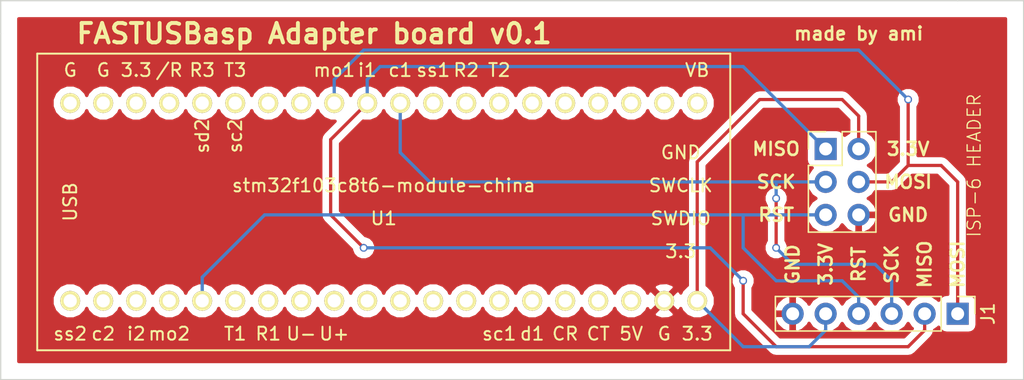
<source format=kicad_pcb>
(kicad_pcb (version 4) (host pcbnew 4.0.6)

  (general
    (links 12)
    (no_connects 0)
    (area 162.509999 101.549999 241.350001 130.860001)
    (thickness 1.6)
    (drawings 22)
    (tracks 59)
    (zones 0)
    (modules 3)
    (nets 41)
  )

  (page A4)
  (layers
    (0 F.Cu signal)
    (31 B.Cu signal)
    (32 B.Adhes user)
    (33 F.Adhes user)
    (34 B.Paste user)
    (35 F.Paste user)
    (36 B.SilkS user)
    (37 F.SilkS user)
    (38 B.Mask user)
    (39 F.Mask user)
    (40 Dwgs.User user)
    (41 Cmts.User user)
    (42 Eco1.User user)
    (43 Eco2.User user)
    (44 Edge.Cuts user)
    (45 Margin user)
    (46 B.CrtYd user)
    (47 F.CrtYd user)
    (48 B.Fab user)
    (49 F.Fab user)
  )

  (setup
    (last_trace_width 0.25)
    (trace_clearance 0.2)
    (zone_clearance 0.508)
    (zone_45_only no)
    (trace_min 0.2)
    (segment_width 0.2)
    (edge_width 0.1)
    (via_size 0.6)
    (via_drill 0.4)
    (via_min_size 0.4)
    (via_min_drill 0.3)
    (uvia_size 0.3)
    (uvia_drill 0.1)
    (uvias_allowed no)
    (uvia_min_size 0.2)
    (uvia_min_drill 0.1)
    (pcb_text_width 0.3)
    (pcb_text_size 1.5 1.5)
    (mod_edge_width 0.15)
    (mod_text_size 1 1)
    (mod_text_width 0.15)
    (pad_size 1.5 1.5)
    (pad_drill 0.6)
    (pad_to_mask_clearance 0)
    (aux_axis_origin 0 0)
    (visible_elements FFFFFF7F)
    (pcbplotparams
      (layerselection 0x010f0_80000001)
      (usegerberextensions true)
      (excludeedgelayer true)
      (linewidth 0.100000)
      (plotframeref false)
      (viasonmask false)
      (mode 1)
      (useauxorigin false)
      (hpglpennumber 1)
      (hpglpenspeed 20)
      (hpglpendiameter 15)
      (hpglpenoverlay 2)
      (psnegative false)
      (psa4output false)
      (plotreference true)
      (plotvalue true)
      (plotinvisibletext false)
      (padsonsilk false)
      (subtractmaskfromsilk false)
      (outputformat 1)
      (mirror false)
      (drillshape 0)
      (scaleselection 1)
      (outputdirectory /home/ami/repos/FASTUSBasp/kicad3/gerber/))
  )

  (net 0 "")
  (net 1 "Net-(U1-Pad1)")
  (net 2 "Net-(U1-Pad2)")
  (net 3 "Net-(U1-Pad3)")
  (net 4 "Net-(U1-Pad4)")
  (net 5 "Net-(U1-Pad6)")
  (net 6 "Net-(U1-Pad7)")
  (net 7 "Net-(U1-Pad8)")
  (net 8 "Net-(U1-Pad9)")
  (net 9 "Net-(U1-Pad10)")
  (net 10 "Net-(U1-Pad11)")
  (net 11 "Net-(U1-Pad12)")
  (net 12 "Net-(U1-Pad13)")
  (net 13 "Net-(U1-Pad14)")
  (net 14 "Net-(U1-Pad15)")
  (net 15 "Net-(U1-Pad16)")
  (net 16 "Net-(U1-Pad17)")
  (net 17 "Net-(U1-Pad18)")
  (net 18 "Net-(U1-Pad21)")
  (net 19 "Net-(U1-Pad22)")
  (net 20 "Net-(U1-Pad23)")
  (net 21 "Net-(U1-Pad24)")
  (net 22 "Net-(U1-Pad25)")
  (net 23 "Net-(U1-Pad26)")
  (net 24 "Net-(U1-Pad27)")
  (net 25 "Net-(U1-Pad28)")
  (net 26 "Net-(U1-Pad29)")
  (net 27 "Net-(U1-Pad33)")
  (net 28 "Net-(U1-Pad34)")
  (net 29 "Net-(U1-Pad35)")
  (net 30 "Net-(U1-Pad36)")
  (net 31 "Net-(U1-Pad37)")
  (net 32 "Net-(U1-Pad38)")
  (net 33 "Net-(U1-Pad39)")
  (net 34 "Net-(U1-Pad40)")
  (net 35 /3.3V)
  (net 36 /GND)
  (net 37 /MISO)
  (net 38 /SCK)
  (net 39 /MOSI)
  (net 40 /RST)

  (net_class Default "This is the default net class."
    (clearance 0.2)
    (trace_width 0.25)
    (via_dia 0.6)
    (via_drill 0.4)
    (uvia_dia 0.3)
    (uvia_drill 0.1)
    (add_net /3.3V)
    (add_net /GND)
    (add_net /MISO)
    (add_net /MOSI)
    (add_net /RST)
    (add_net /SCK)
    (add_net "Net-(U1-Pad1)")
    (add_net "Net-(U1-Pad10)")
    (add_net "Net-(U1-Pad11)")
    (add_net "Net-(U1-Pad12)")
    (add_net "Net-(U1-Pad13)")
    (add_net "Net-(U1-Pad14)")
    (add_net "Net-(U1-Pad15)")
    (add_net "Net-(U1-Pad16)")
    (add_net "Net-(U1-Pad17)")
    (add_net "Net-(U1-Pad18)")
    (add_net "Net-(U1-Pad2)")
    (add_net "Net-(U1-Pad21)")
    (add_net "Net-(U1-Pad22)")
    (add_net "Net-(U1-Pad23)")
    (add_net "Net-(U1-Pad24)")
    (add_net "Net-(U1-Pad25)")
    (add_net "Net-(U1-Pad26)")
    (add_net "Net-(U1-Pad27)")
    (add_net "Net-(U1-Pad28)")
    (add_net "Net-(U1-Pad29)")
    (add_net "Net-(U1-Pad3)")
    (add_net "Net-(U1-Pad33)")
    (add_net "Net-(U1-Pad34)")
    (add_net "Net-(U1-Pad35)")
    (add_net "Net-(U1-Pad36)")
    (add_net "Net-(U1-Pad37)")
    (add_net "Net-(U1-Pad38)")
    (add_net "Net-(U1-Pad39)")
    (add_net "Net-(U1-Pad4)")
    (add_net "Net-(U1-Pad40)")
    (add_net "Net-(U1-Pad6)")
    (add_net "Net-(U1-Pad7)")
    (add_net "Net-(U1-Pad8)")
    (add_net "Net-(U1-Pad9)")
  )

  (module Pin_Headers:Pin_Header_Straight_2x03_Pitch2.54mm (layer F.Cu) (tedit 592112D9) (tstamp 58F3B34E)
    (at 226.06 113.03)
    (descr "Through hole straight pin header, 2x03, 2.54mm pitch, double rows")
    (tags "Through hole pin header THT 2x03 2.54mm double row")
    (path /58F3AC05)
    (fp_text reference CON1 (at 1.27 -2.33) (layer F.SilkS) hide
      (effects (font (size 1 1) (thickness 0.15)))
    )
    (fp_text value AVR-ISP-6 (at 1.27 7.41) (layer F.Fab) hide
      (effects (font (size 1 1) (thickness 0.15)))
    )
    (fp_line (start -1.27 -1.27) (end -1.27 6.35) (layer F.Fab) (width 0.1))
    (fp_line (start -1.27 6.35) (end 3.81 6.35) (layer F.Fab) (width 0.1))
    (fp_line (start 3.81 6.35) (end 3.81 -1.27) (layer F.Fab) (width 0.1))
    (fp_line (start 3.81 -1.27) (end -1.27 -1.27) (layer F.Fab) (width 0.1))
    (fp_line (start -1.33 1.27) (end -1.33 6.41) (layer F.SilkS) (width 0.12))
    (fp_line (start -1.33 6.41) (end 3.87 6.41) (layer F.SilkS) (width 0.12))
    (fp_line (start 3.87 6.41) (end 3.87 -1.33) (layer F.SilkS) (width 0.12))
    (fp_line (start 3.87 -1.33) (end 1.27 -1.33) (layer F.SilkS) (width 0.12))
    (fp_line (start 1.27 -1.33) (end 1.27 1.27) (layer F.SilkS) (width 0.12))
    (fp_line (start 1.27 1.27) (end -1.33 1.27) (layer F.SilkS) (width 0.12))
    (fp_line (start -1.33 0) (end -1.33 -1.33) (layer F.SilkS) (width 0.12))
    (fp_line (start -1.33 -1.33) (end 0 -1.33) (layer F.SilkS) (width 0.12))
    (fp_line (start -1.8 -1.8) (end -1.8 6.85) (layer F.CrtYd) (width 0.05))
    (fp_line (start -1.8 6.85) (end 4.35 6.85) (layer F.CrtYd) (width 0.05))
    (fp_line (start 4.35 6.85) (end 4.35 -1.8) (layer F.CrtYd) (width 0.05))
    (fp_line (start 4.35 -1.8) (end -1.8 -1.8) (layer F.CrtYd) (width 0.05))
    (fp_text user "ISP-6 HEADER" (at 1.27 -2.33) (layer F.Fab) hide
      (effects (font (size 1 1) (thickness 0.15)))
    )
    (pad 1 thru_hole rect (at 0 0) (size 1.7 1.7) (drill 1) (layers *.Cu *.Mask)
      (net 37 /MISO))
    (pad 2 thru_hole oval (at 2.54 0) (size 1.7 1.7) (drill 1) (layers *.Cu *.Mask)
      (net 35 /3.3V))
    (pad 3 thru_hole oval (at 0 2.54) (size 1.7 1.7) (drill 1) (layers *.Cu *.Mask)
      (net 38 /SCK))
    (pad 4 thru_hole oval (at 2.54 2.54) (size 1.7 1.7) (drill 1) (layers *.Cu *.Mask)
      (net 39 /MOSI))
    (pad 5 thru_hole oval (at 0 5.08) (size 1.7 1.7) (drill 1) (layers *.Cu *.Mask)
      (net 40 /RST))
    (pad 6 thru_hole oval (at 2.54 5.08) (size 1.7 1.7) (drill 1) (layers *.Cu *.Mask)
      (net 36 /GND))
    (model ${KISYS3DMOD}/Pin_Headers.3dshapes/Pin_Header_Straight_2x03_Pitch2.54mm.wrl
      (at (xyz 0.05 -0.1 0))
      (scale (xyz 1 1 1))
      (rotate (xyz 0 0 90))
    )
  )

  (module myelin-kicad:stm32f103c8t6-module-china (layer F.Cu) (tedit 5712CDA9) (tstamp 58F3B3A1)
    (at 192.045001 117.115001)
    (path /58F3343D)
    (fp_text reference U1 (at 0 1.27) (layer F.SilkS)
      (effects (font (size 1 1) (thickness 0.15)))
    )
    (fp_text value stm32f103c8t6-module-china (at 0 -1.27) (layer F.SilkS)
      (effects (font (size 1 1) (thickness 0.15)))
    )
    (fp_text user sc2 (at -11.43 -5.08 90) (layer F.SilkS)
      (effects (font (size 1 1) (thickness 0.15)))
    )
    (fp_text user sd2 (at -13.97 -5.08 90) (layer F.SilkS)
      (effects (font (size 1 1) (thickness 0.15)))
    )
    (fp_text user mo2 (at -16.51 10.16) (layer F.SilkS)
      (effects (font (size 1 1) (thickness 0.15)))
    )
    (fp_text user i2 (at -19.05 10.16) (layer F.SilkS)
      (effects (font (size 1 1) (thickness 0.15)))
    )
    (fp_text user c2 (at -21.59 10.16) (layer F.SilkS)
      (effects (font (size 1 1) (thickness 0.15)))
    )
    (fp_text user ss2 (at -24.13 10.16) (layer F.SilkS)
      (effects (font (size 1 1) (thickness 0.15)))
    )
    (fp_text user d1 (at 11.43 10.16) (layer F.SilkS)
      (effects (font (size 1 1) (thickness 0.15)))
    )
    (fp_text user sc1 (at 8.89 10.16) (layer F.SilkS)
      (effects (font (size 1 1) (thickness 0.15)))
    )
    (fp_text user T2 (at 8.89 -10.16) (layer F.SilkS)
      (effects (font (size 1 1) (thickness 0.15)))
    )
    (fp_text user R2 (at 6.35 -10.16) (layer F.SilkS)
      (effects (font (size 1 1) (thickness 0.15)))
    )
    (fp_text user ss1 (at 3.81 -10.16) (layer F.SilkS)
      (effects (font (size 1 1) (thickness 0.15)))
    )
    (fp_text user c1 (at 1.27 -10.16) (layer F.SilkS)
      (effects (font (size 1 1) (thickness 0.15)))
    )
    (fp_text user i1 (at -1.27 -10.16) (layer F.SilkS)
      (effects (font (size 1 1) (thickness 0.15)))
    )
    (fp_text user mo1 (at -3.81 -10.16) (layer F.SilkS)
      (effects (font (size 1 1) (thickness 0.15)))
    )
    (fp_text user T3 (at -11.43 -10.16) (layer F.SilkS)
      (effects (font (size 1 1) (thickness 0.15)))
    )
    (fp_text user R3 (at -13.97 -10.16) (layer F.SilkS)
      (effects (font (size 1 1) (thickness 0.15)))
    )
    (fp_text user CT (at 16.51 10.16) (layer F.SilkS)
      (effects (font (size 1 1) (thickness 0.15)))
    )
    (fp_text user CR (at 13.97 10.16) (layer F.SilkS)
      (effects (font (size 1 1) (thickness 0.15)))
    )
    (fp_text user U+ (at -3.81 10.16) (layer F.SilkS)
      (effects (font (size 1 1) (thickness 0.15)))
    )
    (fp_text user U- (at -6.35 10.16) (layer F.SilkS)
      (effects (font (size 1 1) (thickness 0.15)))
    )
    (fp_text user R1 (at -8.89 10.16) (layer F.SilkS)
      (effects (font (size 1 1) (thickness 0.15)))
    )
    (fp_text user T1 (at -11.43 10.16) (layer F.SilkS)
      (effects (font (size 1 1) (thickness 0.15)))
    )
    (fp_text user 3.3 (at 22.86 3.81) (layer F.SilkS)
      (effects (font (size 1 1) (thickness 0.15)))
    )
    (fp_text user SWDIO (at 22.86 1.27) (layer F.SilkS)
      (effects (font (size 1 1) (thickness 0.15)))
    )
    (fp_text user SWCLK (at 22.86 -1.27) (layer F.SilkS)
      (effects (font (size 1 1) (thickness 0.15)))
    )
    (fp_text user GND (at 22.86 -3.81) (layer F.SilkS)
      (effects (font (size 1 1) (thickness 0.15)))
    )
    (fp_text user 3.3 (at 24.13 10.16) (layer F.SilkS)
      (effects (font (size 1 1) (thickness 0.15)))
    )
    (fp_text user G (at 21.59 10.16) (layer F.SilkS)
      (effects (font (size 1 1) (thickness 0.15)))
    )
    (fp_text user /R (at -16.51 -10.16) (layer F.SilkS)
      (effects (font (size 1 1) (thickness 0.15)))
    )
    (fp_text user 3.3 (at -19.05 -10.16) (layer F.SilkS)
      (effects (font (size 1 1) (thickness 0.15)))
    )
    (fp_text user G (at -21.59 -10.16) (layer F.SilkS)
      (effects (font (size 1 1) (thickness 0.15)))
    )
    (fp_text user G (at -24.13 -10.16) (layer F.SilkS)
      (effects (font (size 1 1) (thickness 0.15)))
    )
    (fp_text user VB (at 24.13 -10.16) (layer F.SilkS)
      (effects (font (size 1 1) (thickness 0.15)))
    )
    (fp_text user 5V (at 19.05 10.16) (layer F.SilkS)
      (effects (font (size 1 1) (thickness 0.15)))
    )
    (fp_text user USB (at -24.13 0 90) (layer F.SilkS)
      (effects (font (size 1 1) (thickness 0.15)))
    )
    (fp_line (start -26.67 11.43) (end 26.67 11.43) (layer F.SilkS) (width 0.15))
    (fp_line (start 26.67 -11.43) (end -26.67 -11.43) (layer F.SilkS) (width 0.15))
    (fp_line (start 26.67 11.43) (end 26.67 -11.43) (layer F.SilkS) (width 0.15))
    (fp_line (start -26.67 -11.43) (end -26.67 11.43) (layer F.SilkS) (width 0.15))
    (pad 1 thru_hole circle (at -24.13 7.62) (size 1.524 1.524) (drill 1.016) (layers *.Cu *.Mask F.SilkS)
      (net 1 "Net-(U1-Pad1)"))
    (pad 2 thru_hole circle (at -21.59 7.62) (size 1.524 1.524) (drill 1.016) (layers *.Cu *.Mask F.SilkS)
      (net 2 "Net-(U1-Pad2)"))
    (pad 3 thru_hole circle (at -19.05 7.62) (size 1.524 1.524) (drill 1.016) (layers *.Cu *.Mask F.SilkS)
      (net 3 "Net-(U1-Pad3)"))
    (pad 4 thru_hole circle (at -16.51 7.62) (size 1.524 1.524) (drill 1.016) (layers *.Cu *.Mask F.SilkS)
      (net 4 "Net-(U1-Pad4)"))
    (pad 5 thru_hole circle (at -13.97 7.62) (size 1.524 1.524) (drill 1.016) (layers *.Cu *.Mask F.SilkS)
      (net 40 /RST))
    (pad 6 thru_hole circle (at -11.43 7.62) (size 1.524 1.524) (drill 1.016) (layers *.Cu *.Mask F.SilkS)
      (net 5 "Net-(U1-Pad6)"))
    (pad 7 thru_hole circle (at -8.89 7.62) (size 1.524 1.524) (drill 1.016) (layers *.Cu *.Mask F.SilkS)
      (net 6 "Net-(U1-Pad7)"))
    (pad 8 thru_hole circle (at -6.35 7.62) (size 1.524 1.524) (drill 1.016) (layers *.Cu *.Mask F.SilkS)
      (net 7 "Net-(U1-Pad8)"))
    (pad 9 thru_hole circle (at -3.81 7.62) (size 1.524 1.524) (drill 1.016) (layers *.Cu *.Mask F.SilkS)
      (net 8 "Net-(U1-Pad9)"))
    (pad 10 thru_hole circle (at -1.27 7.62) (size 1.524 1.524) (drill 1.016) (layers *.Cu *.Mask F.SilkS)
      (net 9 "Net-(U1-Pad10)"))
    (pad 11 thru_hole circle (at 1.27 7.62) (size 1.524 1.524) (drill 1.016) (layers *.Cu *.Mask F.SilkS)
      (net 10 "Net-(U1-Pad11)"))
    (pad 12 thru_hole circle (at 3.81 7.62) (size 1.524 1.524) (drill 1.016) (layers *.Cu *.Mask F.SilkS)
      (net 11 "Net-(U1-Pad12)"))
    (pad 13 thru_hole circle (at 6.35 7.62) (size 1.524 1.524) (drill 1.016) (layers *.Cu *.Mask F.SilkS)
      (net 12 "Net-(U1-Pad13)"))
    (pad 14 thru_hole circle (at 8.89 7.62) (size 1.524 1.524) (drill 1.016) (layers *.Cu *.Mask F.SilkS)
      (net 13 "Net-(U1-Pad14)"))
    (pad 15 thru_hole circle (at 11.43 7.62) (size 1.524 1.524) (drill 1.016) (layers *.Cu *.Mask F.SilkS)
      (net 14 "Net-(U1-Pad15)"))
    (pad 16 thru_hole circle (at 13.97 7.62) (size 1.524 1.524) (drill 1.016) (layers *.Cu *.Mask F.SilkS)
      (net 15 "Net-(U1-Pad16)"))
    (pad 17 thru_hole circle (at 16.51 7.62) (size 1.524 1.524) (drill 1.016) (layers *.Cu *.Mask F.SilkS)
      (net 16 "Net-(U1-Pad17)"))
    (pad 18 thru_hole circle (at 19.05 7.62) (size 1.524 1.524) (drill 1.016) (layers *.Cu *.Mask F.SilkS)
      (net 17 "Net-(U1-Pad18)"))
    (pad 19 thru_hole circle (at 21.59 7.62) (size 1.524 1.524) (drill 1.016) (layers *.Cu *.Mask F.SilkS)
      (net 36 /GND))
    (pad 20 thru_hole circle (at 24.13 7.62) (size 1.524 1.524) (drill 1.016) (layers *.Cu *.Mask F.SilkS)
      (net 35 /3.3V))
    (pad 21 thru_hole circle (at 24.13 -7.62) (size 1.524 1.524) (drill 1.016) (layers *.Cu *.Mask F.SilkS)
      (net 18 "Net-(U1-Pad21)"))
    (pad 22 thru_hole circle (at 21.59 -7.62) (size 1.524 1.524) (drill 1.016) (layers *.Cu *.Mask F.SilkS)
      (net 19 "Net-(U1-Pad22)"))
    (pad 23 thru_hole circle (at 19.05 -7.62) (size 1.524 1.524) (drill 1.016) (layers *.Cu *.Mask F.SilkS)
      (net 20 "Net-(U1-Pad23)"))
    (pad 24 thru_hole circle (at 16.51 -7.62) (size 1.524 1.524) (drill 1.016) (layers *.Cu *.Mask F.SilkS)
      (net 21 "Net-(U1-Pad24)"))
    (pad 25 thru_hole circle (at 13.97 -7.62) (size 1.524 1.524) (drill 1.016) (layers *.Cu *.Mask F.SilkS)
      (net 22 "Net-(U1-Pad25)"))
    (pad 26 thru_hole circle (at 11.43 -7.62) (size 1.524 1.524) (drill 1.016) (layers *.Cu *.Mask F.SilkS)
      (net 23 "Net-(U1-Pad26)"))
    (pad 27 thru_hole circle (at 8.89 -7.62) (size 1.524 1.524) (drill 1.016) (layers *.Cu *.Mask F.SilkS)
      (net 24 "Net-(U1-Pad27)"))
    (pad 28 thru_hole circle (at 6.35 -7.62) (size 1.524 1.524) (drill 1.016) (layers *.Cu *.Mask F.SilkS)
      (net 25 "Net-(U1-Pad28)"))
    (pad 29 thru_hole circle (at 3.81 -7.62) (size 1.524 1.524) (drill 1.016) (layers *.Cu *.Mask F.SilkS)
      (net 26 "Net-(U1-Pad29)"))
    (pad 30 thru_hole circle (at 1.27 -7.62) (size 1.524 1.524) (drill 1.016) (layers *.Cu *.Mask F.SilkS)
      (net 38 /SCK))
    (pad 31 thru_hole circle (at -1.27 -7.62) (size 1.524 1.524) (drill 1.016) (layers *.Cu *.Mask F.SilkS)
      (net 37 /MISO))
    (pad 32 thru_hole circle (at -3.81 -7.62) (size 1.524 1.524) (drill 1.016) (layers *.Cu *.Mask F.SilkS)
      (net 39 /MOSI))
    (pad 33 thru_hole circle (at -6.35 -7.62) (size 1.524 1.524) (drill 1.016) (layers *.Cu *.Mask F.SilkS)
      (net 27 "Net-(U1-Pad33)"))
    (pad 34 thru_hole circle (at -8.89 -7.62) (size 1.524 1.524) (drill 1.016) (layers *.Cu *.Mask F.SilkS)
      (net 28 "Net-(U1-Pad34)"))
    (pad 35 thru_hole circle (at -11.43 -7.62) (size 1.524 1.524) (drill 1.016) (layers *.Cu *.Mask F.SilkS)
      (net 29 "Net-(U1-Pad35)"))
    (pad 36 thru_hole circle (at -13.97 -7.62) (size 1.524 1.524) (drill 1.016) (layers *.Cu *.Mask F.SilkS)
      (net 30 "Net-(U1-Pad36)"))
    (pad 37 thru_hole circle (at -16.51 -7.62) (size 1.524 1.524) (drill 1.016) (layers *.Cu *.Mask F.SilkS)
      (net 31 "Net-(U1-Pad37)"))
    (pad 38 thru_hole circle (at -19.05 -7.62) (size 1.524 1.524) (drill 1.016) (layers *.Cu *.Mask F.SilkS)
      (net 32 "Net-(U1-Pad38)"))
    (pad 39 thru_hole circle (at -21.59 -7.62) (size 1.524 1.524) (drill 1.016) (layers *.Cu *.Mask F.SilkS)
      (net 33 "Net-(U1-Pad39)"))
    (pad 40 thru_hole circle (at -24.13 -7.62) (size 1.524 1.524) (drill 1.016) (layers *.Cu *.Mask F.SilkS)
      (net 34 "Net-(U1-Pad40)"))
  )

  (module Pin_Headers:Pin_Header_Straight_1x06_Pitch2.54mm (layer F.Cu) (tedit 592112F1) (tstamp 591FC474)
    (at 236.22 125.73 270)
    (descr "Through hole straight pin header, 1x06, 2.54mm pitch, single row")
    (tags "Through hole pin header THT 1x06 2.54mm single row")
    (path /591FC29A)
    (fp_text reference J1 (at 0 -2.33 270) (layer F.SilkS)
      (effects (font (size 1 1) (thickness 0.15)))
    )
    (fp_text value CONN_01X06 (at -1.27 16.51 270) (layer F.Fab) hide
      (effects (font (size 1 1) (thickness 0.15)))
    )
    (fp_line (start -1.27 -1.27) (end -1.27 13.97) (layer F.Fab) (width 0.1))
    (fp_line (start -1.27 13.97) (end 1.27 13.97) (layer F.Fab) (width 0.1))
    (fp_line (start 1.27 13.97) (end 1.27 -1.27) (layer F.Fab) (width 0.1))
    (fp_line (start 1.27 -1.27) (end -1.27 -1.27) (layer F.Fab) (width 0.1))
    (fp_line (start -1.33 1.27) (end -1.33 14.03) (layer F.SilkS) (width 0.12))
    (fp_line (start -1.33 14.03) (end 1.33 14.03) (layer F.SilkS) (width 0.12))
    (fp_line (start 1.33 14.03) (end 1.33 1.27) (layer F.SilkS) (width 0.12))
    (fp_line (start 1.33 1.27) (end -1.33 1.27) (layer F.SilkS) (width 0.12))
    (fp_line (start -1.33 0) (end -1.33 -1.33) (layer F.SilkS) (width 0.12))
    (fp_line (start -1.33 -1.33) (end 0 -1.33) (layer F.SilkS) (width 0.12))
    (fp_line (start -1.8 -1.8) (end -1.8 14.5) (layer F.CrtYd) (width 0.05))
    (fp_line (start -1.8 14.5) (end 1.8 14.5) (layer F.CrtYd) (width 0.05))
    (fp_line (start 1.8 14.5) (end 1.8 -1.8) (layer F.CrtYd) (width 0.05))
    (fp_line (start 1.8 -1.8) (end -1.8 -1.8) (layer F.CrtYd) (width 0.05))
    (fp_text user %R (at 0 -2.33 270) (layer F.Fab)
      (effects (font (size 1 1) (thickness 0.15)))
    )
    (pad 1 thru_hole rect (at 0 0 270) (size 1.7 1.7) (drill 1) (layers *.Cu *.Mask)
      (net 39 /MOSI))
    (pad 2 thru_hole oval (at 0 2.54 270) (size 1.7 1.7) (drill 1) (layers *.Cu *.Mask)
      (net 37 /MISO))
    (pad 3 thru_hole oval (at 0 5.08 270) (size 1.7 1.7) (drill 1) (layers *.Cu *.Mask)
      (net 38 /SCK))
    (pad 4 thru_hole oval (at 0 7.62 270) (size 1.7 1.7) (drill 1) (layers *.Cu *.Mask)
      (net 40 /RST))
    (pad 5 thru_hole oval (at 0 10.16 270) (size 1.7 1.7) (drill 1) (layers *.Cu *.Mask)
      (net 35 /3.3V))
    (pad 6 thru_hole oval (at 0 12.7 270) (size 1.7 1.7) (drill 1) (layers *.Cu *.Mask)
      (net 36 /GND))
    (model ${KISYS3DMOD}/Pin_Headers.3dshapes/Pin_Header_Straight_1x06_Pitch2.54mm.wrl
      (at (xyz 0 -0.25 0))
      (scale (xyz 1 1 1))
      (rotate (xyz 0 0 90))
    )
  )

  (gr_text GND (at 223.52 121.92 90) (layer F.SilkS)
    (effects (font (size 1 1) (thickness 0.2)))
  )
  (gr_text 3.3V (at 226.06 121.92 90) (layer F.SilkS)
    (effects (font (size 1 1) (thickness 0.2)))
  )
  (gr_text RST (at 228.6 121.92 90) (layer F.SilkS)
    (effects (font (size 1 1) (thickness 0.2)))
  )
  (gr_text SCK (at 231.14 121.92 90) (layer F.SilkS)
    (effects (font (size 1 1) (thickness 0.2)))
  )
  (gr_text MISO (at 233.68 121.92 90) (layer F.SilkS)
    (effects (font (size 1 1) (thickness 0.2)))
  )
  (gr_text MOSI (at 236.22 121.92 90) (layer F.SilkS)
    (effects (font (size 1 1) (thickness 0.2)))
  )
  (gr_line (start 241.3 101.6) (end 236.22 101.6) (angle 90) (layer Edge.Cuts) (width 0.1))
  (gr_line (start 241.3 130.81) (end 241.3 101.6) (angle 90) (layer Edge.Cuts) (width 0.1))
  (gr_line (start 236.22 130.81) (end 241.3 130.81) (angle 90) (layer Edge.Cuts) (width 0.1))
  (gr_line (start 236.22 130.81) (end 162.56 130.81) (angle 90) (layer Edge.Cuts) (width 0.1))
  (gr_text GND (at 232.41 118.11) (layer F.SilkS)
    (effects (font (size 1 1) (thickness 0.2)))
  )
  (gr_text MOSI (at 232.41 115.57) (layer F.SilkS)
    (effects (font (size 1 1) (thickness 0.2)))
  )
  (gr_text 3.3V (at 232.41 113.03) (layer F.SilkS)
    (effects (font (size 1 1) (thickness 0.2)))
  )
  (gr_text "ISP-6 HEADER" (at 237.49 114.3 90) (layer F.SilkS)
    (effects (font (size 1 1) (thickness 0.1)))
  )
  (gr_text RST (at 222.25 118.11) (layer F.SilkS)
    (effects (font (size 1 1) (thickness 0.2)))
  )
  (gr_text SCK (at 222.25 115.57) (layer F.SilkS)
    (effects (font (size 1 1) (thickness 0.2)))
  )
  (gr_text MISO (at 222.25 113.03) (layer F.SilkS)
    (effects (font (size 1 1) (thickness 0.2)))
  )
  (gr_text "made by ami" (at 228.6 104.14) (layer F.SilkS)
    (effects (font (size 1 1) (thickness 0.2)))
  )
  (gr_text "FASTUSBasp Adapter board v0.1" (at 186.69 104.14) (layer F.SilkS)
    (effects (font (size 1.5 1.5) (thickness 0.3)))
  )
  (gr_line (start 162.56 101.6) (end 236.22 101.6) (angle 90) (layer Edge.Cuts) (width 0.1))
  (gr_line (start 162.56 104.14) (end 162.56 101.6) (angle 90) (layer Edge.Cuts) (width 0.1))
  (gr_line (start 162.56 130.81) (end 162.56 104.14) (angle 90) (layer Edge.Cuts) (width 0.1))

  (segment (start 226.06 125.73) (end 226.06 127) (width 0.25) (layer B.Cu) (net 35))
  (segment (start 219.71 128.27) (end 216.175001 124.735001) (width 0.25) (layer B.Cu) (net 35) (tstamp 592111A1))
  (segment (start 224.79 128.27) (end 219.71 128.27) (width 0.25) (layer B.Cu) (net 35) (tstamp 5921119E))
  (segment (start 226.06 127) (end 224.79 128.27) (width 0.25) (layer B.Cu) (net 35) (tstamp 5921119B))
  (segment (start 216.175001 124.735001) (end 216.175001 114.024999) (width 0.25) (layer F.Cu) (net 35))
  (segment (start 228.6 110.49) (end 228.6 113.03) (width 0.25) (layer F.Cu) (net 35) (tstamp 591FC83A))
  (segment (start 227.33 109.22) (end 228.6 110.49) (width 0.25) (layer F.Cu) (net 35) (tstamp 591FC838))
  (segment (start 220.98 109.22) (end 227.33 109.22) (width 0.25) (layer F.Cu) (net 35) (tstamp 591FC834))
  (segment (start 216.175001 114.024999) (end 220.98 109.22) (width 0.25) (layer F.Cu) (net 35) (tstamp 591FC826))
  (segment (start 233.68 125.73) (end 233.68 127) (width 0.25) (layer F.Cu) (net 37))
  (segment (start 187.96 112.310002) (end 190.775001 109.495001) (width 0.25) (layer F.Cu) (net 37) (tstamp 59211154))
  (segment (start 187.96 118.11) (end 187.96 112.310002) (width 0.25) (layer F.Cu) (net 37) (tstamp 59211150))
  (segment (start 190.5 120.65) (end 187.96 118.11) (width 0.25) (layer F.Cu) (net 37) (tstamp 5921114F))
  (via (at 190.5 120.65) (size 0.6) (drill 0.4) (layers F.Cu B.Cu) (net 37))
  (segment (start 217.17 120.65) (end 190.5 120.65) (width 0.25) (layer B.Cu) (net 37) (tstamp 59211144))
  (segment (start 219.71 123.19) (end 217.17 120.65) (width 0.25) (layer B.Cu) (net 37) (tstamp 59211143))
  (via (at 219.71 123.19) (size 0.6) (drill 0.4) (layers F.Cu B.Cu) (net 37))
  (segment (start 219.71 125.73) (end 219.71 123.19) (width 0.25) (layer F.Cu) (net 37) (tstamp 59211123))
  (segment (start 222.25 128.27) (end 219.71 125.73) (width 0.25) (layer F.Cu) (net 37) (tstamp 5921111F))
  (segment (start 232.41 128.27) (end 222.25 128.27) (width 0.25) (layer F.Cu) (net 37) (tstamp 592110EF))
  (segment (start 233.68 127) (end 232.41 128.27) (width 0.25) (layer F.Cu) (net 37) (tstamp 592110EC))
  (segment (start 190.775001 109.495001) (end 190.775001 107.674999) (width 0.25) (layer B.Cu) (net 37))
  (segment (start 219.71 106.68) (end 226.06 113.03) (width 0.25) (layer B.Cu) (net 37) (tstamp 58F3B544))
  (segment (start 191.77 106.68) (end 219.71 106.68) (width 0.25) (layer B.Cu) (net 37) (tstamp 58F3B53F))
  (segment (start 190.775001 107.674999) (end 191.77 106.68) (width 0.25) (layer B.Cu) (net 37) (tstamp 58F3B53C))
  (segment (start 231.14 125.73) (end 231.14 123.19) (width 0.25) (layer B.Cu) (net 38))
  (segment (start 222.25 116.84) (end 222.25 115.57) (width 0.25) (layer B.Cu) (net 38) (tstamp 5921116E))
  (via (at 222.25 116.84) (size 0.6) (drill 0.4) (layers F.Cu B.Cu) (net 38))
  (segment (start 222.25 120.65) (end 222.25 116.84) (width 0.25) (layer F.Cu) (net 38) (tstamp 5921116B))
  (via (at 222.25 120.65) (size 0.6) (drill 0.4) (layers F.Cu B.Cu) (net 38))
  (segment (start 223.52 121.92) (end 222.25 120.65) (width 0.25) (layer B.Cu) (net 38) (tstamp 59211167))
  (segment (start 229.87 121.92) (end 223.52 121.92) (width 0.25) (layer B.Cu) (net 38) (tstamp 59211162))
  (segment (start 231.14 123.19) (end 229.87 121.92) (width 0.25) (layer B.Cu) (net 38) (tstamp 59211160))
  (segment (start 193.315001 109.495001) (end 193.315001 113.305001) (width 0.25) (layer B.Cu) (net 38))
  (segment (start 195.58 115.57) (end 218.44 115.57) (width 0.25) (layer B.Cu) (net 38) (tstamp 58F3B551))
  (segment (start 218.44 115.57) (end 222.25 115.57) (width 0.25) (layer B.Cu) (net 38) (tstamp 591FC62B))
  (segment (start 222.25 115.57) (end 226.06 115.57) (width 0.25) (layer B.Cu) (net 38) (tstamp 591FC803))
  (segment (start 193.315001 113.305001) (end 195.58 115.57) (width 0.25) (layer B.Cu) (net 38) (tstamp 58F3B549))
  (segment (start 236.22 125.73) (end 236.22 115.57) (width 0.25) (layer F.Cu) (net 39))
  (segment (start 234.95 114.3) (end 232.41 114.3) (width 0.25) (layer F.Cu) (net 39) (tstamp 592110E1))
  (segment (start 236.22 115.57) (end 234.95 114.3) (width 0.25) (layer F.Cu) (net 39) (tstamp 592110DF))
  (segment (start 232.41 114.3) (end 231.14 115.57) (width 0.25) (layer F.Cu) (net 39) (tstamp 58F3B4FF))
  (segment (start 232.41 109.22) (end 232.41 114.3) (width 0.25) (layer F.Cu) (net 39) (tstamp 58F3B4FE))
  (via (at 232.41 109.22) (size 0.6) (drill 0.4) (layers F.Cu B.Cu) (net 39))
  (segment (start 228.6 105.41) (end 232.41 109.22) (width 0.25) (layer B.Cu) (net 39) (tstamp 58F3B4F1))
  (segment (start 190.5 105.41) (end 228.6 105.41) (width 0.25) (layer B.Cu) (net 39) (tstamp 58F3B4EC))
  (segment (start 188.235001 107.674999) (end 190.5 105.41) (width 0.25) (layer B.Cu) (net 39) (tstamp 58F3B4E3))
  (segment (start 188.235001 109.495001) (end 188.235001 107.674999) (width 0.25) (layer B.Cu) (net 39))
  (segment (start 231.14 115.57) (end 228.6 115.57) (width 0.25) (layer F.Cu) (net 39) (tstamp 58F3B507))
  (segment (start 228.6 125.73) (end 228.6 124.46) (width 0.25) (layer B.Cu) (net 40))
  (segment (start 219.71 120.65) (end 219.71 118.11) (width 0.25) (layer B.Cu) (net 40) (tstamp 59211186))
  (segment (start 222.25 123.19) (end 219.71 120.65) (width 0.25) (layer B.Cu) (net 40) (tstamp 59211184))
  (segment (start 227.33 123.19) (end 222.25 123.19) (width 0.25) (layer B.Cu) (net 40) (tstamp 59211181))
  (segment (start 228.6 124.46) (end 227.33 123.19) (width 0.25) (layer B.Cu) (net 40) (tstamp 5921117C))
  (segment (start 178.075001 124.735001) (end 178.075001 122.914999) (width 0.25) (layer B.Cu) (net 40))
  (segment (start 182.88 118.11) (end 214.63 118.11) (width 0.25) (layer B.Cu) (net 40) (tstamp 58F3B566))
  (segment (start 214.63 118.11) (end 219.71 118.11) (width 0.25) (layer B.Cu) (net 40) (tstamp 591FC6E6))
  (segment (start 219.71 118.11) (end 226.06 118.11) (width 0.25) (layer B.Cu) (net 40) (tstamp 591FC81C))
  (segment (start 178.075001 122.914999) (end 182.88 118.11) (width 0.25) (layer B.Cu) (net 40) (tstamp 58F3B55E))

  (zone (net 36) (net_name /GND) (layer F.Cu) (tstamp 591FCD2E) (hatch edge 0.508)
    (connect_pads (clearance 0.508))
    (min_thickness 0.254)
    (fill yes (arc_segments 16) (thermal_gap 0.508) (thermal_bridge_width 0.508))
    (polygon
      (pts
        (xy 240.03 129.54) (xy 163.83 129.54) (xy 163.83 102.87) (xy 240.03 102.87)
      )
    )
    (filled_polygon
      (pts
        (xy 239.903 129.413) (xy 163.957 129.413) (xy 163.957 125.011662) (xy 166.517759 125.011662) (xy 166.729991 125.525304)
        (xy 167.122631 125.91863) (xy 167.635901 126.131758) (xy 168.191662 126.132243) (xy 168.705304 125.920011) (xy 169.09863 125.527371)
        (xy 169.18495 125.319489) (xy 169.269991 125.525304) (xy 169.662631 125.91863) (xy 170.175901 126.131758) (xy 170.731662 126.132243)
        (xy 171.245304 125.920011) (xy 171.63863 125.527371) (xy 171.72495 125.319489) (xy 171.809991 125.525304) (xy 172.202631 125.91863)
        (xy 172.715901 126.131758) (xy 173.271662 126.132243) (xy 173.785304 125.920011) (xy 174.17863 125.527371) (xy 174.26495 125.319489)
        (xy 174.349991 125.525304) (xy 174.742631 125.91863) (xy 175.255901 126.131758) (xy 175.811662 126.132243) (xy 176.325304 125.920011)
        (xy 176.71863 125.527371) (xy 176.80495 125.319489) (xy 176.889991 125.525304) (xy 177.282631 125.91863) (xy 177.795901 126.131758)
        (xy 178.351662 126.132243) (xy 178.865304 125.920011) (xy 179.25863 125.527371) (xy 179.34495 125.319489) (xy 179.429991 125.525304)
        (xy 179.822631 125.91863) (xy 180.335901 126.131758) (xy 180.891662 126.132243) (xy 181.405304 125.920011) (xy 181.79863 125.527371)
        (xy 181.88495 125.319489) (xy 181.969991 125.525304) (xy 182.362631 125.91863) (xy 182.875901 126.131758) (xy 183.431662 126.132243)
        (xy 183.945304 125.920011) (xy 184.33863 125.527371) (xy 184.42495 125.319489) (xy 184.509991 125.525304) (xy 184.902631 125.91863)
        (xy 185.415901 126.131758) (xy 185.971662 126.132243) (xy 186.485304 125.920011) (xy 186.87863 125.527371) (xy 186.96495 125.319489)
        (xy 187.049991 125.525304) (xy 187.442631 125.91863) (xy 187.955901 126.131758) (xy 188.511662 126.132243) (xy 189.025304 125.920011)
        (xy 189.41863 125.527371) (xy 189.50495 125.319489) (xy 189.589991 125.525304) (xy 189.982631 125.91863) (xy 190.495901 126.131758)
        (xy 191.051662 126.132243) (xy 191.565304 125.920011) (xy 191.95863 125.527371) (xy 192.04495 125.319489) (xy 192.129991 125.525304)
        (xy 192.522631 125.91863) (xy 193.035901 126.131758) (xy 193.591662 126.132243) (xy 194.105304 125.920011) (xy 194.49863 125.527371)
        (xy 194.58495 125.319489) (xy 194.669991 125.525304) (xy 195.062631 125.91863) (xy 195.575901 126.131758) (xy 196.131662 126.132243)
        (xy 196.645304 125.920011) (xy 197.03863 125.527371) (xy 197.12495 125.319489) (xy 197.209991 125.525304) (xy 197.602631 125.91863)
        (xy 198.115901 126.131758) (xy 198.671662 126.132243) (xy 199.185304 125.920011) (xy 199.57863 125.527371) (xy 199.66495 125.319489)
        (xy 199.749991 125.525304) (xy 200.142631 125.91863) (xy 200.655901 126.131758) (xy 201.211662 126.132243) (xy 201.725304 125.920011)
        (xy 202.11863 125.527371) (xy 202.20495 125.319489) (xy 202.289991 125.525304) (xy 202.682631 125.91863) (xy 203.195901 126.131758)
        (xy 203.751662 126.132243) (xy 204.265304 125.920011) (xy 204.65863 125.527371) (xy 204.74495 125.319489) (xy 204.829991 125.525304)
        (xy 205.222631 125.91863) (xy 205.735901 126.131758) (xy 206.291662 126.132243) (xy 206.805304 125.920011) (xy 207.19863 125.527371)
        (xy 207.28495 125.319489) (xy 207.369991 125.525304) (xy 207.762631 125.91863) (xy 208.275901 126.131758) (xy 208.831662 126.132243)
        (xy 209.345304 125.920011) (xy 209.73863 125.527371) (xy 209.82495 125.319489) (xy 209.909991 125.525304) (xy 210.302631 125.91863)
        (xy 210.815901 126.131758) (xy 211.371662 126.132243) (xy 211.885304 125.920011) (xy 212.090458 125.715214) (xy 212.834393 125.715214)
        (xy 212.903858 125.957398) (xy 213.427303 126.144145) (xy 213.982369 126.116363) (xy 214.366144 125.957398) (xy 214.435609 125.715214)
        (xy 213.635001 124.914606) (xy 212.834393 125.715214) (xy 212.090458 125.715214) (xy 212.27863 125.527371) (xy 212.358396 125.335274)
        (xy 212.412604 125.466144) (xy 212.654788 125.535609) (xy 213.455396 124.735001) (xy 213.814606 124.735001) (xy 214.615214 125.535609)
        (xy 214.857398 125.466144) (xy 214.90751 125.325683) (xy 214.989991 125.525304) (xy 215.382631 125.91863) (xy 215.895901 126.131758)
        (xy 216.451662 126.132243) (xy 216.965304 125.920011) (xy 217.35863 125.527371) (xy 217.571758 125.014101) (xy 217.572243 124.45834)
        (xy 217.360011 123.944698) (xy 216.967371 123.551372) (xy 216.935001 123.537931) (xy 216.935001 117.025167) (xy 221.314838 117.025167)
        (xy 221.456883 117.368943) (xy 221.49 117.402118) (xy 221.49 120.087537) (xy 221.457808 120.119673) (xy 221.315162 120.463201)
        (xy 221.314838 120.835167) (xy 221.456883 121.178943) (xy 221.719673 121.442192) (xy 222.063201 121.584838) (xy 222.435167 121.585162)
        (xy 222.778943 121.443117) (xy 223.042192 121.180327) (xy 223.184838 120.836799) (xy 223.185162 120.464833) (xy 223.043117 120.121057)
        (xy 223.01 120.087882) (xy 223.01 117.402463) (xy 223.042192 117.370327) (xy 223.184838 117.026799) (xy 223.185162 116.654833)
        (xy 223.043117 116.311057) (xy 222.780327 116.047808) (xy 222.436799 115.905162) (xy 222.064833 115.904838) (xy 221.721057 116.046883)
        (xy 221.457808 116.309673) (xy 221.315162 116.653201) (xy 221.314838 117.025167) (xy 216.935001 117.025167) (xy 216.935001 114.339801)
        (xy 221.294802 109.98) (xy 227.015198 109.98) (xy 227.84 110.804802) (xy 227.84 111.766699) (xy 227.520853 111.979946)
        (xy 227.520029 111.981179) (xy 227.513162 111.944683) (xy 227.37409 111.728559) (xy 227.16189 111.583569) (xy 226.91 111.53256)
        (xy 225.21 111.53256) (xy 224.974683 111.576838) (xy 224.758559 111.71591) (xy 224.613569 111.92811) (xy 224.56256 112.18)
        (xy 224.56256 113.88) (xy 224.606838 114.115317) (xy 224.74591 114.331441) (xy 224.95811 114.476431) (xy 225.025541 114.490086)
        (xy 224.980853 114.519946) (xy 224.658946 115.001715) (xy 224.545907 115.57) (xy 224.658946 116.138285) (xy 224.980853 116.620054)
        (xy 225.310026 116.84) (xy 224.980853 117.059946) (xy 224.658946 117.541715) (xy 224.545907 118.11) (xy 224.658946 118.678285)
        (xy 224.980853 119.160054) (xy 225.462622 119.481961) (xy 226.030907 119.595) (xy 226.089093 119.595) (xy 226.657378 119.481961)
        (xy 227.139147 119.160054) (xy 227.328345 118.876899) (xy 227.328355 118.876924) (xy 227.718642 119.305183) (xy 228.243108 119.551486)
        (xy 228.473 119.430819) (xy 228.473 118.237) (xy 228.727 118.237) (xy 228.727 119.430819) (xy 228.956892 119.551486)
        (xy 229.481358 119.305183) (xy 229.871645 118.876924) (xy 230.041476 118.46689) (xy 229.920155 118.237) (xy 228.727 118.237)
        (xy 228.473 118.237) (xy 228.453 118.237) (xy 228.453 117.983) (xy 228.473 117.983) (xy 228.473 117.963)
        (xy 228.727 117.963) (xy 228.727 117.983) (xy 229.920155 117.983) (xy 230.041476 117.75311) (xy 229.871645 117.343076)
        (xy 229.481358 116.914817) (xy 229.338447 116.847702) (xy 229.679147 116.620054) (xy 229.872954 116.33) (xy 231.14 116.33)
        (xy 231.430839 116.272148) (xy 231.677401 116.107401) (xy 232.724802 115.06) (xy 234.635198 115.06) (xy 235.46 115.884802)
        (xy 235.46 124.23256) (xy 235.37 124.23256) (xy 235.134683 124.276838) (xy 234.918559 124.41591) (xy 234.773569 124.62811)
        (xy 234.759914 124.695541) (xy 234.730054 124.650853) (xy 234.248285 124.328946) (xy 233.68 124.215907) (xy 233.111715 124.328946)
        (xy 232.629946 124.650853) (xy 232.41 124.980026) (xy 232.190054 124.650853) (xy 231.708285 124.328946) (xy 231.14 124.215907)
        (xy 230.571715 124.328946) (xy 230.089946 124.650853) (xy 229.87 124.980026) (xy 229.650054 124.650853) (xy 229.168285 124.328946)
        (xy 228.6 124.215907) (xy 228.031715 124.328946) (xy 227.549946 124.650853) (xy 227.33 124.980026) (xy 227.110054 124.650853)
        (xy 226.628285 124.328946) (xy 226.06 124.215907) (xy 225.491715 124.328946) (xy 225.009946 124.650853) (xy 224.782298 124.991553)
        (xy 224.715183 124.848642) (xy 224.286924 124.458355) (xy 223.87689 124.288524) (xy 223.647 124.409845) (xy 223.647 125.603)
        (xy 223.667 125.603) (xy 223.667 125.857) (xy 223.647 125.857) (xy 223.647 127.050155) (xy 223.87689 127.171476)
        (xy 224.286924 127.001645) (xy 224.715183 126.611358) (xy 224.782298 126.468447) (xy 225.009946 126.809147) (xy 225.491715 127.131054)
        (xy 226.06 127.244093) (xy 226.628285 127.131054) (xy 227.110054 126.809147) (xy 227.33 126.479974) (xy 227.549946 126.809147)
        (xy 228.031715 127.131054) (xy 228.6 127.244093) (xy 229.168285 127.131054) (xy 229.650054 126.809147) (xy 229.87 126.479974)
        (xy 230.089946 126.809147) (xy 230.571715 127.131054) (xy 231.14 127.244093) (xy 231.708285 127.131054) (xy 232.190054 126.809147)
        (xy 232.41 126.479974) (xy 232.629946 126.809147) (xy 232.729519 126.875679) (xy 232.095198 127.51) (xy 222.564802 127.51)
        (xy 221.141694 126.086892) (xy 222.078514 126.086892) (xy 222.324817 126.611358) (xy 222.753076 127.001645) (xy 223.16311 127.171476)
        (xy 223.393 127.050155) (xy 223.393 125.857) (xy 222.199181 125.857) (xy 222.078514 126.086892) (xy 221.141694 126.086892)
        (xy 220.47 125.415198) (xy 220.47 125.373108) (xy 222.078514 125.373108) (xy 222.199181 125.603) (xy 223.393 125.603)
        (xy 223.393 124.409845) (xy 223.16311 124.288524) (xy 222.753076 124.458355) (xy 222.324817 124.848642) (xy 222.078514 125.373108)
        (xy 220.47 125.373108) (xy 220.47 123.752463) (xy 220.502192 123.720327) (xy 220.644838 123.376799) (xy 220.645162 123.004833)
        (xy 220.503117 122.661057) (xy 220.240327 122.397808) (xy 219.896799 122.255162) (xy 219.524833 122.254838) (xy 219.181057 122.396883)
        (xy 218.917808 122.659673) (xy 218.775162 123.003201) (xy 218.774838 123.375167) (xy 218.916883 123.718943) (xy 218.95 123.752118)
        (xy 218.95 125.73) (xy 219.007852 126.020839) (xy 219.172599 126.267401) (xy 221.712599 128.807401) (xy 221.95916 128.972148)
        (xy 222.007414 128.981746) (xy 222.25 129.03) (xy 232.41 129.03) (xy 232.700839 128.972148) (xy 232.947401 128.807401)
        (xy 234.217401 127.537401) (xy 234.382148 127.29084) (xy 234.439322 127.003407) (xy 234.730054 126.809147) (xy 234.75785 126.767548)
        (xy 234.766838 126.815317) (xy 234.90591 127.031441) (xy 235.11811 127.176431) (xy 235.37 127.22744) (xy 237.07 127.22744)
        (xy 237.305317 127.183162) (xy 237.521441 127.04409) (xy 237.666431 126.83189) (xy 237.71744 126.58) (xy 237.71744 124.88)
        (xy 237.673162 124.644683) (xy 237.53409 124.428559) (xy 237.32189 124.283569) (xy 237.07 124.23256) (xy 236.98 124.23256)
        (xy 236.98 115.57) (xy 236.922148 115.279161) (xy 236.922148 115.27916) (xy 236.757401 115.032599) (xy 235.487401 113.762599)
        (xy 235.240839 113.597852) (xy 234.95 113.54) (xy 233.17 113.54) (xy 233.17 109.782463) (xy 233.202192 109.750327)
        (xy 233.344838 109.406799) (xy 233.345162 109.034833) (xy 233.203117 108.691057) (xy 232.940327 108.427808) (xy 232.596799 108.285162)
        (xy 232.224833 108.284838) (xy 231.881057 108.426883) (xy 231.617808 108.689673) (xy 231.475162 109.033201) (xy 231.474838 109.405167)
        (xy 231.616883 109.748943) (xy 231.65 109.782118) (xy 231.65 113.985198) (xy 230.825198 114.81) (xy 229.872954 114.81)
        (xy 229.679147 114.519946) (xy 229.349974 114.3) (xy 229.679147 114.080054) (xy 230.001054 113.598285) (xy 230.114093 113.03)
        (xy 230.001054 112.461715) (xy 229.679147 111.979946) (xy 229.36 111.766699) (xy 229.36 110.49) (xy 229.302148 110.199161)
        (xy 229.302148 110.19916) (xy 229.137401 109.952599) (xy 227.867401 108.682599) (xy 227.620839 108.517852) (xy 227.33 108.46)
        (xy 220.98 108.46) (xy 220.689161 108.517852) (xy 220.442599 108.682599) (xy 215.6376 113.487598) (xy 215.472853 113.73416)
        (xy 215.415001 114.024999) (xy 215.415001 123.53747) (xy 215.384698 123.549991) (xy 214.991372 123.942631) (xy 214.911606 124.134728)
        (xy 214.857398 124.003858) (xy 214.615214 123.934393) (xy 213.814606 124.735001) (xy 213.455396 124.735001) (xy 212.654788 123.934393)
        (xy 212.412604 124.003858) (xy 212.362492 124.144319) (xy 212.280011 123.944698) (xy 212.090433 123.754788) (xy 212.834393 123.754788)
        (xy 213.635001 124.555396) (xy 214.435609 123.754788) (xy 214.366144 123.512604) (xy 213.842699 123.325857) (xy 213.287633 123.353639)
        (xy 212.903858 123.512604) (xy 212.834393 123.754788) (xy 212.090433 123.754788) (xy 211.887371 123.551372) (xy 211.374101 123.338244)
        (xy 210.81834 123.337759) (xy 210.304698 123.549991) (xy 209.911372 123.942631) (xy 209.825052 124.150513) (xy 209.740011 123.944698)
        (xy 209.347371 123.551372) (xy 208.834101 123.338244) (xy 208.27834 123.337759) (xy 207.764698 123.549991) (xy 207.371372 123.942631)
        (xy 207.285052 124.150513) (xy 207.200011 123.944698) (xy 206.807371 123.551372) (xy 206.294101 123.338244) (xy 205.73834 123.337759)
        (xy 205.224698 123.549991) (xy 204.831372 123.942631) (xy 204.745052 124.150513) (xy 204.660011 123.944698) (xy 204.267371 123.551372)
        (xy 203.754101 123.338244) (xy 203.19834 123.337759) (xy 202.684698 123.549991) (xy 202.291372 123.942631) (xy 202.205052 124.150513)
        (xy 202.120011 123.944698) (xy 201.727371 123.551372) (xy 201.214101 123.338244) (xy 200.65834 123.337759) (xy 200.144698 123.549991)
        (xy 199.751372 123.942631) (xy 199.665052 124.150513) (xy 199.580011 123.944698) (xy 199.187371 123.551372) (xy 198.674101 123.338244)
        (xy 198.11834 123.337759) (xy 197.604698 123.549991) (xy 197.211372 123.942631) (xy 197.125052 124.150513) (xy 197.040011 123.944698)
        (xy 196.647371 123.551372) (xy 196.134101 123.338244) (xy 195.57834 123.337759) (xy 195.064698 123.549991) (xy 194.671372 123.942631)
        (xy 194.585052 124.150513) (xy 194.500011 123.944698) (xy 194.107371 123.551372) (xy 193.594101 123.338244) (xy 193.03834 123.337759)
        (xy 192.524698 123.549991) (xy 192.131372 123.942631) (xy 192.045052 124.150513) (xy 191.960011 123.944698) (xy 191.567371 123.551372)
        (xy 191.054101 123.338244) (xy 190.49834 123.337759) (xy 189.984698 123.549991) (xy 189.591372 123.942631) (xy 189.505052 124.150513)
        (xy 189.420011 123.944698) (xy 189.027371 123.551372) (xy 188.514101 123.338244) (xy 187.95834 123.337759) (xy 187.444698 123.549991)
        (xy 187.051372 123.942631) (xy 186.965052 124.150513) (xy 186.880011 123.944698) (xy 186.487371 123.551372) (xy 185.974101 123.338244)
        (xy 185.41834 123.337759) (xy 184.904698 123.549991) (xy 184.511372 123.942631) (xy 184.425052 124.150513) (xy 184.340011 123.944698)
        (xy 183.947371 123.551372) (xy 183.434101 123.338244) (xy 182.87834 123.337759) (xy 182.364698 123.549991) (xy 181.971372 123.942631)
        (xy 181.885052 124.150513) (xy 181.800011 123.944698) (xy 181.407371 123.551372) (xy 180.894101 123.338244) (xy 180.33834 123.337759)
        (xy 179.824698 123.549991) (xy 179.431372 123.942631) (xy 179.345052 124.150513) (xy 179.260011 123.944698) (xy 178.867371 123.551372)
        (xy 178.354101 123.338244) (xy 177.79834 123.337759) (xy 177.284698 123.549991) (xy 176.891372 123.942631) (xy 176.805052 124.150513)
        (xy 176.720011 123.944698) (xy 176.327371 123.551372) (xy 175.814101 123.338244) (xy 175.25834 123.337759) (xy 174.744698 123.549991)
        (xy 174.351372 123.942631) (xy 174.265052 124.150513) (xy 174.180011 123.944698) (xy 173.787371 123.551372) (xy 173.274101 123.338244)
        (xy 172.71834 123.337759) (xy 172.204698 123.549991) (xy 171.811372 123.942631) (xy 171.725052 124.150513) (xy 171.640011 123.944698)
        (xy 171.247371 123.551372) (xy 170.734101 123.338244) (xy 170.17834 123.337759) (xy 169.664698 123.549991) (xy 169.271372 123.942631)
        (xy 169.185052 124.150513) (xy 169.100011 123.944698) (xy 168.707371 123.551372) (xy 168.194101 123.338244) (xy 167.63834 123.337759)
        (xy 167.124698 123.549991) (xy 166.731372 123.942631) (xy 166.518244 124.455901) (xy 166.517759 125.011662) (xy 163.957 125.011662)
        (xy 163.957 109.771662) (xy 166.517759 109.771662) (xy 166.729991 110.285304) (xy 167.122631 110.67863) (xy 167.635901 110.891758)
        (xy 168.191662 110.892243) (xy 168.705304 110.680011) (xy 169.09863 110.287371) (xy 169.18495 110.079489) (xy 169.269991 110.285304)
        (xy 169.662631 110.67863) (xy 170.175901 110.891758) (xy 170.731662 110.892243) (xy 171.245304 110.680011) (xy 171.63863 110.287371)
        (xy 171.72495 110.079489) (xy 171.809991 110.285304) (xy 172.202631 110.67863) (xy 172.715901 110.891758) (xy 173.271662 110.892243)
        (xy 173.785304 110.680011) (xy 174.17863 110.287371) (xy 174.26495 110.079489) (xy 174.349991 110.285304) (xy 174.742631 110.67863)
        (xy 175.255901 110.891758) (xy 175.811662 110.892243) (xy 176.325304 110.680011) (xy 176.71863 110.287371) (xy 176.80495 110.079489)
        (xy 176.889991 110.285304) (xy 177.282631 110.67863) (xy 177.795901 110.891758) (xy 178.351662 110.892243) (xy 178.865304 110.680011)
        (xy 179.25863 110.287371) (xy 179.34495 110.079489) (xy 179.429991 110.285304) (xy 179.822631 110.67863) (xy 180.335901 110.891758)
        (xy 180.891662 110.892243) (xy 181.405304 110.680011) (xy 181.79863 110.287371) (xy 181.88495 110.079489) (xy 181.969991 110.285304)
        (xy 182.362631 110.67863) (xy 182.875901 110.891758) (xy 183.431662 110.892243) (xy 183.945304 110.680011) (xy 184.33863 110.287371)
        (xy 184.42495 110.079489) (xy 184.509991 110.285304) (xy 184.902631 110.67863) (xy 185.415901 110.891758) (xy 185.971662 110.892243)
        (xy 186.485304 110.680011) (xy 186.87863 110.287371) (xy 186.96495 110.079489) (xy 187.049991 110.285304) (xy 187.442631 110.67863)
        (xy 187.955901 110.891758) (xy 188.303139 110.892061) (xy 187.422599 111.772601) (xy 187.257852 112.019163) (xy 187.2 112.310002)
        (xy 187.2 118.11) (xy 187.257852 118.400839) (xy 187.422599 118.647401) (xy 189.564878 120.78968) (xy 189.564838 120.835167)
        (xy 189.706883 121.178943) (xy 189.969673 121.442192) (xy 190.313201 121.584838) (xy 190.685167 121.585162) (xy 191.028943 121.443117)
        (xy 191.292192 121.180327) (xy 191.434838 120.836799) (xy 191.435162 120.464833) (xy 191.293117 120.121057) (xy 191.030327 119.857808)
        (xy 190.686799 119.715162) (xy 190.639923 119.715121) (xy 188.72 117.795198) (xy 188.72 112.624804) (xy 190.46562 110.879184)
        (xy 190.495901 110.891758) (xy 191.051662 110.892243) (xy 191.565304 110.680011) (xy 191.95863 110.287371) (xy 192.04495 110.079489)
        (xy 192.129991 110.285304) (xy 192.522631 110.67863) (xy 193.035901 110.891758) (xy 193.591662 110.892243) (xy 194.105304 110.680011)
        (xy 194.49863 110.287371) (xy 194.58495 110.079489) (xy 194.669991 110.285304) (xy 195.062631 110.67863) (xy 195.575901 110.891758)
        (xy 196.131662 110.892243) (xy 196.645304 110.680011) (xy 197.03863 110.287371) (xy 197.12495 110.079489) (xy 197.209991 110.285304)
        (xy 197.602631 110.67863) (xy 198.115901 110.891758) (xy 198.671662 110.892243) (xy 199.185304 110.680011) (xy 199.57863 110.287371)
        (xy 199.66495 110.079489) (xy 199.749991 110.285304) (xy 200.142631 110.67863) (xy 200.655901 110.891758) (xy 201.211662 110.892243)
        (xy 201.725304 110.680011) (xy 202.11863 110.287371) (xy 202.20495 110.079489) (xy 202.289991 110.285304) (xy 202.682631 110.67863)
        (xy 203.195901 110.891758) (xy 203.751662 110.892243) (xy 204.265304 110.680011) (xy 204.65863 110.287371) (xy 204.74495 110.079489)
        (xy 204.829991 110.285304) (xy 205.222631 110.67863) (xy 205.735901 110.891758) (xy 206.291662 110.892243) (xy 206.805304 110.680011)
        (xy 207.19863 110.287371) (xy 207.28495 110.079489) (xy 207.369991 110.285304) (xy 207.762631 110.67863) (xy 208.275901 110.891758)
        (xy 208.831662 110.892243) (xy 209.345304 110.680011) (xy 209.73863 110.287371) (xy 209.82495 110.079489) (xy 209.909991 110.285304)
        (xy 210.302631 110.67863) (xy 210.815901 110.891758) (xy 211.371662 110.892243) (xy 211.885304 110.680011) (xy 212.27863 110.287371)
        (xy 212.36495 110.079489) (xy 212.449991 110.285304) (xy 212.842631 110.67863) (xy 213.355901 110.891758) (xy 213.911662 110.892243)
        (xy 214.425304 110.680011) (xy 214.81863 110.287371) (xy 214.90495 110.079489) (xy 214.989991 110.285304) (xy 215.382631 110.67863)
        (xy 215.895901 110.891758) (xy 216.451662 110.892243) (xy 216.965304 110.680011) (xy 217.35863 110.287371) (xy 217.571758 109.774101)
        (xy 217.572243 109.21834) (xy 217.360011 108.704698) (xy 216.967371 108.311372) (xy 216.454101 108.098244) (xy 215.89834 108.097759)
        (xy 215.384698 108.309991) (xy 214.991372 108.702631) (xy 214.905052 108.910513) (xy 214.820011 108.704698) (xy 214.427371 108.311372)
        (xy 213.914101 108.098244) (xy 213.35834 108.097759) (xy 212.844698 108.309991) (xy 212.451372 108.702631) (xy 212.365052 108.910513)
        (xy 212.280011 108.704698) (xy 211.887371 108.311372) (xy 211.374101 108.098244) (xy 210.81834 108.097759) (xy 210.304698 108.309991)
        (xy 209.911372 108.702631) (xy 209.825052 108.910513) (xy 209.740011 108.704698) (xy 209.347371 108.311372) (xy 208.834101 108.098244)
        (xy 208.27834 108.097759) (xy 207.764698 108.309991) (xy 207.371372 108.702631) (xy 207.285052 108.910513) (xy 207.200011 108.704698)
        (xy 206.807371 108.311372) (xy 206.294101 108.098244) (xy 205.73834 108.097759) (xy 205.224698 108.309991) (xy 204.831372 108.702631)
        (xy 204.745052 108.910513) (xy 204.660011 108.704698) (xy 204.267371 108.311372) (xy 203.754101 108.098244) (xy 203.19834 108.097759)
        (xy 202.684698 108.309991) (xy 202.291372 108.702631) (xy 202.205052 108.910513) (xy 202.120011 108.704698) (xy 201.727371 108.311372)
        (xy 201.214101 108.098244) (xy 200.65834 108.097759) (xy 200.144698 108.309991) (xy 199.751372 108.702631) (xy 199.665052 108.910513)
        (xy 199.580011 108.704698) (xy 199.187371 108.311372) (xy 198.674101 108.098244) (xy 198.11834 108.097759) (xy 197.604698 108.309991)
        (xy 197.211372 108.702631) (xy 197.125052 108.910513) (xy 197.040011 108.704698) (xy 196.647371 108.311372) (xy 196.134101 108.098244)
        (xy 195.57834 108.097759) (xy 195.064698 108.309991) (xy 194.671372 108.702631) (xy 194.585052 108.910513) (xy 194.500011 108.704698)
        (xy 194.107371 108.311372) (xy 193.594101 108.098244) (xy 193.03834 108.097759) (xy 192.524698 108.309991) (xy 192.131372 108.702631)
        (xy 192.045052 108.910513) (xy 191.960011 108.704698) (xy 191.567371 108.311372) (xy 191.054101 108.098244) (xy 190.49834 108.097759)
        (xy 189.984698 108.309991) (xy 189.591372 108.702631) (xy 189.505052 108.910513) (xy 189.420011 108.704698) (xy 189.027371 108.311372)
        (xy 188.514101 108.098244) (xy 187.95834 108.097759) (xy 187.444698 108.309991) (xy 187.051372 108.702631) (xy 186.965052 108.910513)
        (xy 186.880011 108.704698) (xy 186.487371 108.311372) (xy 185.974101 108.098244) (xy 185.41834 108.097759) (xy 184.904698 108.309991)
        (xy 184.511372 108.702631) (xy 184.425052 108.910513) (xy 184.340011 108.704698) (xy 183.947371 108.311372) (xy 183.434101 108.098244)
        (xy 182.87834 108.097759) (xy 182.364698 108.309991) (xy 181.971372 108.702631) (xy 181.885052 108.910513) (xy 181.800011 108.704698)
        (xy 181.407371 108.311372) (xy 180.894101 108.098244) (xy 180.33834 108.097759) (xy 179.824698 108.309991) (xy 179.431372 108.702631)
        (xy 179.345052 108.910513) (xy 179.260011 108.704698) (xy 178.867371 108.311372) (xy 178.354101 108.098244) (xy 177.79834 108.097759)
        (xy 177.284698 108.309991) (xy 176.891372 108.702631) (xy 176.805052 108.910513) (xy 176.720011 108.704698) (xy 176.327371 108.311372)
        (xy 175.814101 108.098244) (xy 175.25834 108.097759) (xy 174.744698 108.309991) (xy 174.351372 108.702631) (xy 174.265052 108.910513)
        (xy 174.180011 108.704698) (xy 173.787371 108.311372) (xy 173.274101 108.098244) (xy 172.71834 108.097759) (xy 172.204698 108.309991)
        (xy 171.811372 108.702631) (xy 171.725052 108.910513) (xy 171.640011 108.704698) (xy 171.247371 108.311372) (xy 170.734101 108.098244)
        (xy 170.17834 108.097759) (xy 169.664698 108.309991) (xy 169.271372 108.702631) (xy 169.185052 108.910513) (xy 169.100011 108.704698)
        (xy 168.707371 108.311372) (xy 168.194101 108.098244) (xy 167.63834 108.097759) (xy 167.124698 108.309991) (xy 166.731372 108.702631)
        (xy 166.518244 109.215901) (xy 166.517759 109.771662) (xy 163.957 109.771662) (xy 163.957 102.997) (xy 239.903 102.997)
      )
    )
  )
)

</source>
